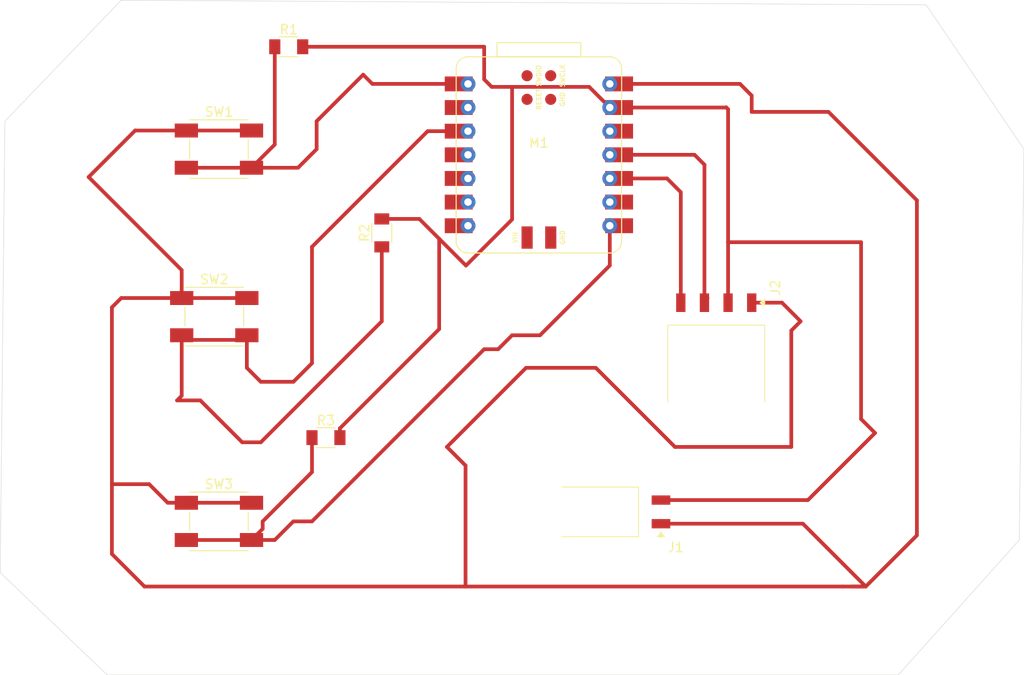
<source format=kicad_pcb>
(kicad_pcb (version 20241229) (generator "pcbnew") (generator_version "9.0")
  (layers (0 "F.Cu" signal) (2 "B.Cu" signal) (13 "F.Paste" user) (15 "B.Paste" user) (5 "F.SilkS" user "F.Silkscreen") (7 "B.SilkS" user "B.Silkscreen") (1 "F.Mask" user) (3 "B.Mask" user) (25 "Edge.Cuts" user))
  (net 0 "")
  (net 1 "Net-(M1-5V)")
  (net 2 "Net-(M1-D9)")
  (net 3 "Net-(M1-D10)")
  (net 4 "PWR_GND")
  (net 6 "Net-(M1-D2)")
  (net 8 "Net-(M1-D0)")
  (net 20 "Net-(M1-D7)")
  (footprint "fab:Button_Omron_B3SN_6.0x6.0mm" (layer "F.Cu") (at 121.5 85)
    (property "Reference" "SW3" (at 0 -4 0) (layer "F.SilkS"))
    (property "Value" "Switch_Tactile_Omron")
    (fp_line (start -3.15 -3.15) (end 3.15 -3.15) (stroke (width 0.12)) (layer "F.SilkS"))
    (fp_line (start -3.15 1) (end -3.15 -1) (stroke (width 0.12)) (layer "F.SilkS"))
    (fp_line (start 3.15 -1) (end 3.15 1) (stroke (width 0.12)) (layer "F.SilkS"))
    (fp_line (start 3.15 3.15) (end -3.15 3.15) (stroke (width 0.12)) (layer "F.SilkS"))
    (pad "1" smd rect (at -3.5 -2) (size 2.5 1.5) (layers "F.Cu" "F.Mask" "F.Paste") (net 1 "Net-(M1-5V)"))
    (pad "1" smd rect (at 3.5 -2) (size 2.5 1.5) (layers "F.Cu" "F.Mask" "F.Paste") (net 1 "Net-(M1-5V)"))
    (pad "2" smd rect (at -3.5 2) (size 2.5 1.5) (layers "F.Cu" "F.Mask" "F.Paste") (net 20 "Net-(M1-D7)"))
    (pad "2" smd rect (at 3.5 2) (size 2.5 1.5) (layers "F.Cu" "F.Mask" "F.Paste") (net 20 "Net-(M1-D7)"))
  )
  (footprint "fab:PinSocket_01x04_P2.54mm_Horizontal_SMD" (layer "F.Cu") (at 178.75 61.5 -90)
    (property "Reference" "J2" (at -0.635 -2.54 90) (layer "F.SilkS") (effects (justify left)))
    (property "Value" "PinSocket_01x04_P2.54mm_Horizontal_SMD")
    (fp_line (start 2.413 9.017) (end 10.668 9.017) (stroke (width 0.1)) (layer "F.SilkS"))
    (fp_line (start 2.413 -1.397) (end 2.413 9.017) (stroke (width 0.1)) (layer "F.SilkS"))
    (fp_line (start 10.668 -1.397) (end 2.413 -1.397) (stroke (width 0.1)) (layer "F.SilkS"))
    (fp_poly (pts (xy 0 -0.889) (xy -0.381 -1.397) (xy 0.381 -1.397)) (stroke (width 0.1)) (fill yes) (layer "F.SilkS"))
    (pad "1" smd rect (at 0 0 270) (size 2 1) (layers "F.Cu" "F.Mask" "F.Paste") (net 1 "Net-(M1-5V)"))
    (pad "2" smd rect (at 0 2.54 270) (size 2 1) (layers "F.Cu" "F.Mask" "F.Paste") (net 4 "PWR_GND"))
    (pad "3" smd rect (at 0 5.08 270) (size 2 1) (layers "F.Cu" "F.Mask" "F.Paste") (net 3 "Net-(M1-D10)"))
    (pad "4" smd rect (at 0 7.62 270) (size 2 1) (layers "F.Cu" "F.Mask" "F.Paste") (net 2 "Net-(M1-D9)"))
  )
  (footprint "fab:R_1206" (layer "F.Cu") (at 129 34)
    (property "Reference" "R1" (at 0 -1.85 0) (layer "F.SilkS"))
    (property "Value" "R_1206")
    (fp_line (start -1 -1.07) (end 1 -1.07) (stroke (width 0.12)) (layer "F.SilkS"))
    (fp_line (start 1 1.07) (end -1 1.07) (stroke (width 0.12)) (layer "F.SilkS"))
    (pad "1" smd rect (at -1.5 0) (size 1.2 1.6) (layers "F.Cu" "F.Mask" "F.Paste") (net 8 "Net-(M1-D0)"))
    (pad "2" smd rect (at 1.5 0) (size 1.2 1.6) (layers "F.Cu" "F.Mask" "F.Paste") (net 4 "PWR_GND"))
  )
  (footprint "fab:PinSocket_01x02_P2.54mm_Horizontal_SMD" (layer "F.Cu") (at 169 85.25 180)
    (property "Reference" "J1" (at -0.635 -2.54 0) (layer "F.SilkS") (effects (justify left)))
    (property "Value" "PinSocket_01x02_P2.54mm_Horizontal_SMD")
    (fp_line (start 10.668 -1.397) (end 2.413 -1.397) (stroke (width 0.1)) (layer "F.SilkS"))
    (fp_line (start 2.413 3.937) (end 10.668 3.937) (stroke (width 0.1)) (layer "F.SilkS"))
    (fp_line (start 2.413 -1.397) (end 2.413 3.937) (stroke (width 0.1)) (layer "F.SilkS"))
    (fp_poly (pts (xy 0 -0.889) (xy -0.381 -1.397) (xy 0.381 -1.397)) (stroke (width 0.1)) (fill yes) (layer "F.SilkS"))
    (pad "1" smd rect (at 0 0 180) (size 2 1) (layers "F.Cu" "F.Mask" "F.Paste") (net 1 "Net-(M1-5V)"))
    (pad "2" smd rect (at 0 2.54 180) (size 2 1) (layers "F.Cu" "F.Mask" "F.Paste") (net 4 "PWR_GND"))
  )
  (footprint "fab:R_1206" (layer "F.Cu") (at 133 76)
    (property "Reference" "R3" (at 0 -1.85 0) (layer "F.SilkS"))
    (property "Value" "R_1206")
    (fp_line (start -1 -1.07) (end 1 -1.07) (stroke (width 0.12)) (layer "F.SilkS"))
    (fp_line (start 1 1.07) (end -1 1.07) (stroke (width 0.12)) (layer "F.SilkS"))
    (pad "1" smd rect (at -1.5 0) (size 1.2 1.6) (layers "F.Cu" "F.Mask" "F.Paste") (net 20 "Net-(M1-D7)"))
    (pad "2" smd rect (at 1.5 0) (size 1.2 1.6) (layers "F.Cu" "F.Mask" "F.Paste") (net 4 "PWR_GND"))
  )
  (footprint "fab:SeeedStudio_XIAO_RP2040" (layer "F.Cu") (at 155.88 45.61)
    (property "Reference" "M1" (at 0 -1.27 0) (layer "F.SilkS"))
    (property "Value" "Module_XIAO-RP2040")
    (fp_line (start -8.8875 9.281) (end -8.8875 -9.261) (stroke (width 0.12)) (layer "F.SilkS"))
    (fp_line (start -7.6175 -10.531) (end 7.6225 -10.531) (stroke (width 0.12)) (layer "F.SilkS"))
    (fp_line (start 7.6225 10.551) (end -7.6175 10.551) (stroke (width 0.12)) (layer "F.SilkS"))
    (fp_line (start 8.8925 -9.261) (end 8.8925 9.281) (stroke (width 0.12)) (layer "F.SilkS"))
    (fp_rect (start -4.4975 -10.531) (end 4.5025 -12.055) (stroke (width 0.12)) (fill no) (layer "F.SilkS"))
    (fp_arc (start -8.8875 -9.261) (mid -8.515526 -10.159026) (end -7.6175 -10.531) (stroke (width 0.12)) (layer "F.SilkS"))
    (fp_arc (start -7.6175 10.551) (mid -8.515526 10.179026) (end -8.8875 9.281) (stroke (width 0.12)) (layer "F.SilkS"))
    (fp_arc (start 7.6225 -10.531) (mid 8.520526 -10.159026) (end 8.8925 -9.261) (stroke (width 0.12)) (layer "F.SilkS"))
    (fp_arc (start 8.8925 9.281) (mid 8.520526 10.179026) (end 7.6225 10.551) (stroke (width 0.12)) (layer "F.SilkS"))
    (fp_text user "SWCLK" (at 2.54 -8.5 90) (layer "F.SilkS") (effects (font (size 0.5 0.5) (thickness 0.1) (bold yes))))
    (fp_text user "VIN" (at -2.535 8.89 90) (layer "F.SilkS") (effects (font (size 0.5 0.5) (thickness 0.1) (bold yes))))
    (fp_text user "RESET" (at 0 -5.96 90) (layer "F.SilkS") (effects (font (size 0.5 0.5) (thickness 0.1) (bold yes))))
    (fp_text user "SWDIO" (at 0 -8.5 90) (layer "F.SilkS") (effects (font (size 0.5 0.5) (thickness 0.1) (bold yes))))
    (fp_text user "GND" (at 2.54 -5.96 90) (layer "F.SilkS") (effects (font (size 0.5 0.5) (thickness 0.1) (bold yes))))
    (fp_text user "GND" (at 2.545 8.89 90) (layer "F.SilkS") (effects (font (size 0.5 0.5) (thickness 0.1) (bold yes))))
    (pad "1" thru_hole circle (at -7.615 -7.62) (size 1.6 1.6) (drill 0.8) (layers "*.Cu" "*.Mask") (net 8 "Net-(M1-D0)"))
    (pad "1" smd rect (at -7.615 -7.62) (size 3 1.6) (drill (offset -1 0)) (layers "F.Cu" "F.Mask" "F.Paste") (net 8 "Net-(M1-D0)"))
    (pad "2" thru_hole circle (at -7.615 -5.08) (size 1.6 1.6) (drill 0.8) (layers "*.Cu" "*.Mask"))
    (pad "2" smd rect (at -7.615 -5.08) (size 3 1.6) (drill (offset -1 0)) (layers "F.Cu" "F.Mask" "F.Paste"))
    (pad "3" thru_hole circle (at -7.615 -2.54) (size 1.6 1.6) (drill 0.8) (layers "*.Cu" "*.Mask") (net 6 "Net-(M1-D2)"))
    (pad "3" smd rect (at -7.615 -2.54) (size 3 1.6) (drill (offset -1 0)) (layers "F.Cu" "F.Mask" "F.Paste") (net 6 "Net-(M1-D2)"))
    (pad "4" thru_hole circle (at -7.615 0) (size 1.6 1.6) (drill 0.8) (layers "*.Cu" "*.Mask"))
    (pad "4" smd rect (at -7.615 0) (size 3 1.6) (drill (offset -1 0)) (layers "F.Cu" "F.Mask" "F.Paste"))
    (pad "5" thru_hole circle (at -7.615 2.54) (size 1.6 1.6) (drill 0.8) (layers "*.Cu" "*.Mask"))
    (pad "5" smd rect (at -7.615 2.54) (size 3 1.6) (drill (offset -1 0)) (layers "F.Cu" "F.Mask" "F.Paste"))
    (pad "6" thru_hole circle (at -7.615 5.08) (size 1.6 1.6) (drill 0.8) (layers "*.Cu" "*.Mask"))
    (pad "6" smd rect (at -7.615 5.08) (size 3 1.6) (drill (offset -1 0)) (layers "F.Cu" "F.Mask" "F.Paste"))
    (pad "7" thru_hole circle (at -7.615 7.62) (size 1.6 1.6) (drill 0.8) (layers "*.Cu" "*.Mask"))
    (pad "7" smd rect (at -7.615 7.62) (size 3 1.6) (drill (offset -1 0)) (layers "F.Cu" "F.Mask" "F.Paste"))
    (pad "8" thru_hole circle (at 7.62 7.62) (size 1.6 1.6) (drill 0.8) (layers "*.Cu" "*.Mask") (net 20 "Net-(M1-D7)"))
    (pad "8" smd rect (at 7.62 7.62) (size 3 1.6) (drill (offset 1 0)) (layers "F.Cu" "F.Mask" "F.Paste") (net 20 "Net-(M1-D7)"))
    (pad "9" thru_hole circle (at 7.62 5.08) (size 1.6 1.6) (drill 0.8) (layers "*.Cu" "*.Mask"))
    (pad "9" smd rect (at 7.62 5.08) (size 3 1.6) (drill (offset 1 0)) (layers "F.Cu" "F.Mask" "F.Paste"))
    (pad "10" thru_hole circle (at 7.62 2.54) (size 1.6 1.6) (drill 0.8) (layers "*.Cu" "*.Mask") (net 2 "Net-(M1-D9)"))
    (pad "10" smd rect (at 7.62 2.54) (size 3 1.6) (drill (offset 1 0)) (layers "F.Cu" "F.Mask" "F.Paste") (net 2 "Net-(M1-D9)"))
    (pad "11" thru_hole circle (at 7.62 0) (size 1.6 1.6) (drill 0.8) (layers "*.Cu" "*.Mask") (net 3 "Net-(M1-D10)"))
    (pad "11" smd rect (at 7.62 0) (size 3 1.6) (drill (offset 1 0)) (layers "F.Cu" "F.Mask" "F.Paste") (net 3 "Net-(M1-D10)"))
    (pad "12" thru_hole circle (at 7.62 -2.54) (size 1.6 1.6) (drill 0.8) (layers "*.Cu" "*.Mask"))
    (pad "12" smd rect (at 7.62 -2.54) (size 3 1.6) (drill (offset 1 0)) (layers "F.Cu" "F.Mask" "F.Paste"))
    (pad "13" thru_hole circle (at 7.62 -5.08) (size 1.6 1.6) (drill 0.8) (layers "*.Cu" "*.Mask") (net 4 "PWR_GND"))
    (pad "13" smd rect (at 7.62 -5.08) (size 3 1.6) (drill (offset 1 0)) (layers "F.Cu" "F.Mask" "F.Paste") (net 4 "PWR_GND"))
    (pad "14" thru_hole circle (at 7.62 -7.62) (size 1.6 1.6) (drill 0.8) (layers "*.Cu" "*.Mask") (net 1 "Net-(M1-5V)"))
    (pad "14" smd rect (at 7.62 -7.62) (size 3 1.6) (drill (offset 1 0)) (layers "F.Cu" "F.Mask" "F.Paste") (net 1 "Net-(M1-5V)"))
    (pad "15" smd rect (at 1.275 8.89 270) (size 2.4 1.2) (layers "F.Cu" "F.Mask" "F.Paste"))
    (pad "16" smd rect (at -1.265 8.89 270) (size 2.4 1.2) (layers "F.Cu" "F.Mask" "F.Paste"))
    (pad "17" smd circle (at -1.27 -8.5) (size 1.2 1.2) (layers "F.Cu" "F.Mask" "F.Paste"))
    (pad "18" smd circle (at -1.27 -5.96) (size 1.2 1.2) (layers "F.Cu" "F.Mask" "F.Paste"))
    (pad "19" smd circle (at 1.27 -5.96) (size 1.2 1.2) (layers "F.Cu" "F.Mask" "F.Paste"))
    (pad "20" smd circle (at 1.27 -8.5) (size 1.2 1.2) (layers "F.Cu" "F.Mask" "F.Paste"))
  )
  (footprint "fab:Button_Omron_B3SN_6.0x6.0mm" (layer "F.Cu") (at 121.5 45)
    (property "Reference" "SW1" (at 0 -4 0) (layer "F.SilkS"))
    (property "Value" "Switch_Tactile_Omron")
    (fp_line (start -3.15 -3.15) (end 3.15 -3.15) (stroke (width 0.12)) (layer "F.SilkS"))
    (fp_line (start -3.15 1) (end -3.15 -1) (stroke (width 0.12)) (layer "F.SilkS"))
    (fp_line (start 3.15 -1) (end 3.15 1) (stroke (width 0.12)) (layer "F.SilkS"))
    (fp_line (start 3.15 3.15) (end -3.15 3.15) (stroke (width 0.12)) (layer "F.SilkS"))
    (pad "1" smd rect (at -3.5 -2) (size 2.5 1.5) (layers "F.Cu" "F.Mask" "F.Paste") (net 1 "Net-(M1-5V)"))
    (pad "1" smd rect (at 3.5 -2) (size 2.5 1.5) (layers "F.Cu" "F.Mask" "F.Paste") (net 1 "Net-(M1-5V)"))
    (pad "2" smd rect (at -3.5 2) (size 2.5 1.5) (layers "F.Cu" "F.Mask" "F.Paste") (net 8 "Net-(M1-D0)"))
    (pad "2" smd rect (at 3.5 2) (size 2.5 1.5) (layers "F.Cu" "F.Mask" "F.Paste") (net 8 "Net-(M1-D0)"))
  )
  (footprint "fab:Button_Omron_B3SN_6.0x6.0mm" (layer "F.Cu") (at 121 63)
    (property "Reference" "SW2" (at 0 -4 0) (layer "F.SilkS"))
    (property "Value" "Switch_Tactile_Omron")
    (fp_line (start -3.15 -3.15) (end 3.15 -3.15) (stroke (width 0.12)) (layer "F.SilkS"))
    (fp_line (start -3.15 1) (end -3.15 -1) (stroke (width 0.12)) (layer "F.SilkS"))
    (fp_line (start 3.15 -1) (end 3.15 1) (stroke (width 0.12)) (layer "F.SilkS"))
    (fp_line (start 3.15 3.15) (end -3.15 3.15) (stroke (width 0.12)) (layer "F.SilkS"))
    (pad "1" smd rect (at -3.5 -2) (size 2.5 1.5) (layers "F.Cu" "F.Mask" "F.Paste") (net 1 "Net-(M1-5V)"))
    (pad "1" smd rect (at 3.5 -2) (size 2.5 1.5) (layers "F.Cu" "F.Mask" "F.Paste") (net 1 "Net-(M1-5V)"))
    (pad "2" smd rect (at -3.5 2) (size 2.5 1.5) (layers "F.Cu" "F.Mask" "F.Paste") (net 6 "Net-(M1-D2)"))
    (pad "2" smd rect (at 3.5 2) (size 2.5 1.5) (layers "F.Cu" "F.Mask" "F.Paste") (net 6 "Net-(M1-D2)"))
  )
  (footprint "fab:R_1206" (layer "F.Cu") (at 139 54 90)
    (property "Reference" "R2" (at 0 -1.85 90) (layer "F.SilkS"))
    (property "Value" "R_1206")
    (fp_line (start -1 -1.07) (end 1 -1.07) (stroke (width 0.12)) (layer "F.SilkS"))
    (fp_line (start 1 1.07) (end -1 1.07) (stroke (width 0.12)) (layer "F.SilkS"))
    (pad "1" smd rect (at -1.5 0 90) (size 1.2 1.6) (layers "F.Cu" "F.Mask" "F.Paste") (net 6 "Net-(M1-D2)"))
    (pad "2" smd rect (at 1.5 0 90) (size 1.2 1.6) (layers "F.Cu" "F.Mask" "F.Paste") (net 4 "PWR_GND"))
  )
  (gr_poly (pts (xy 197.5 29.5) (xy 208 45) (xy 207.5 87) (xy 194.5 101.5) (xy 109.5 101.5) (xy 98 90.5) (xy 98.5 42) (xy 111 29)) (stroke (width 0.05)) (fill no) (layer "Edge.Cuts"))
  (segment (start 116 83) (end 114 81) (width 0.4) (layer "F.Cu") (net 1))
  (segment (start 118 83) (end 116 83) (width 0.4) (layer "F.Cu") (net 1))
  (segment (start 188.5 92) (end 191 92) (width 0.4) (layer "F.Cu") (net 1))
  (segment (start 184 63.5) (end 183 64.5) (width 0.4) (layer "F.Cu") (net 1))
  (segment (start 191 92) (end 189.5 92) (width 0.4) (layer "F.Cu") (net 1))
  (segment (start 107.5 48) (end 117.5 58) (width 0.4) (layer "F.Cu") (net 1))
  (segment (start 111 61) (end 110 62) (width 0.4) (layer "F.Cu") (net 1))
  (segment (start 154.5 68.5) (end 146 77) (width 0.4) (layer "F.Cu") (net 1))
  (segment (start 118 43) (end 112.5 43) (width 0.4) (layer "F.Cu") (net 1))
  (segment (start 183 77) (end 170.5 77) (width 0.4) (layer "F.Cu") (net 1))
  (segment (start 169 85.25) (end 184.25 85.25) (width 0.4) (layer "F.Cu") (net 1))
  (segment (start 196.5 50.5) (end 187 41) (width 0.4) (layer "F.Cu") (net 1))
  (segment (start 162 68.5) (end 154.5 68.5) (width 0.4) (layer "F.Cu") (net 1))
  (segment (start 110 62) (end 110 81) (width 0.4) (layer "F.Cu") (net 1))
  (segment (start 146 77) (end 148 79) (width 0.4) (layer "F.Cu") (net 1))
  (segment (start 196.5 86.5) (end 196.5 50.5) (width 0.4) (layer "F.Cu") (net 1))
  (segment (start 191 92) (end 196.5 86.5) (width 0.4) (layer "F.Cu") (net 1))
  (segment (start 148 79) (end 148 92) (width 0.4) (layer "F.Cu") (net 1))
  (segment (start 178.75 41) (end 178.75 39.25) (width 0.4) (layer "F.Cu") (net 1))
  (segment (start 178.75 61.5) (end 182 61.5) (width 0.4) (layer "F.Cu") (net 1))
  (segment (start 170.5 77) (end 162 68.5) (width 0.4) (layer "F.Cu") (net 1))
  (segment (start 182 61.5) (end 184 63.5) (width 0.4) (layer "F.Cu") (net 1))
  (segment (start 112.5 43) (end 107.5 48) (width 0.4) (layer "F.Cu") (net 1))
  (segment (start 125 43) (end 118 43) (width 0.4) (layer "F.Cu") (net 1))
  (segment (start 184.25 85.25) (end 191 92) (width 0.4) (layer "F.Cu") (net 1))
  (segment (start 187 41) (end 178.75 41) (width 0.4) (layer "F.Cu") (net 1))
  (segment (start 110 88.5) (end 113.5 92) (width 0.4) (layer "F.Cu") (net 1))
  (segment (start 118 83) (end 125 83) (width 0.4) (layer "F.Cu") (net 1))
  (segment (start 113.5 92) (end 148 92) (width 0.4) (layer "F.Cu") (net 1))
  (segment (start 110 81) (end 110 88.5) (width 0.4) (layer "F.Cu") (net 1))
  (segment (start 183 64.5) (end 183 77) (width 0.4) (layer "F.Cu") (net 1))
  (segment (start 117.5 58) (end 117.5 61) (width 0.4) (layer "F.Cu") (net 1))
  (segment (start 114 81) (end 110 81) (width 0.4) (layer "F.Cu") (net 1))
  (segment (start 117.5 61) (end 111 61) (width 0.4) (layer "F.Cu") (net 1))
  (segment (start 178.75 39.25) (end 177.49 37.99) (width 0.4) (layer "F.Cu") (net 1))
  (segment (start 117.5 61) (end 124.5 61) (width 0.4) (layer "F.Cu") (net 1))
  (segment (start 148 92) (end 188.5 92) (width 0.4) (layer "F.Cu") (net 1))
  (segment (start 177.49 37.99) (end 163.5 37.99) (width 0.4) (layer "F.Cu") (net 1))
  (segment (start 171.13 49.63) (end 169.65 48.15) (width 0.4) (layer "F.Cu") (net 2))
  (segment (start 169.65 48.15) (end 163.5 48.15) (width 0.4) (layer "F.Cu") (net 2))
  (segment (start 171.13 61.5) (end 171.13 49.63) (width 0.4) (layer "F.Cu") (net 2))
  (segment (start 172.61 45.61) (end 163.5 45.61) (width 0.4) (layer "F.Cu") (net 3))
  (segment (start 173.67 61.33) (end 174 61) (width 0.4) (layer "F.Cu") (net 3))
  (segment (start 173.67 61.5) (end 173.67 46.67) (width 0.4) (layer "F.Cu") (net 3))
  (segment (start 173.67 46.67) (end 172.61 45.61) (width 0.4) (layer "F.Cu") (net 3))
  (segment (start 173.67 61.5) (end 173.67 61.33) (width 0.4) (layer "F.Cu") (net 3))
  (segment (start 153 52.55862) (end 148.04581 57.51281) (width 0.4) (layer "F.Cu") (net 4))
  (segment (start 176 40.5) (end 175.97 40.53) (width 0.4) (layer "F.Cu") (net 4))
  (segment (start 145.164 64.336) (end 145.164 54.631) (width 0.4) (layer "F.Cu") (net 4))
  (segment (start 134.5 75) (end 145.164 64.336) (width 0.4) (layer "F.Cu") (net 4))
  (segment (start 153 38.311) (end 153 52.55862) (width 0.4) (layer "F.Cu") (net 4))
  (segment (start 192 75.5) (end 190.5 74) (width 0.4) (layer "F.Cu") (net 4))
  (segment (start 176.21 61.5) (end 176.21 55) (width 0.4) (layer "F.Cu") (net 4))
  (segment (start 175.97 40.53) (end 163.5 40.53) (width 0.4) (layer "F.Cu") (net 4))
  (segment (start 150 34) (end 150 37.5) (width 0.4) (layer "F.Cu") (net 4))
  (segment (start 150 37.5) (end 150.811 38.311) (width 0.4) (layer "F.Cu") (net 4))
  (segment (start 161.281 38.311) (end 163.5 40.53) (width 0.4) (layer "F.Cu") (net 4))
  (segment (start 190.5 74) (end 190.5 55) (width 0.4) (layer "F.Cu") (net 4))
  (segment (start 169 82.71) (end 184.79 82.71) (width 0.4) (layer "F.Cu") (net 4))
  (segment (start 176.21 40.71) (end 176 40.5) (width 0.4) (layer "F.Cu") (net 4))
  (segment (start 176.21 55) (end 176.21 40.71) (width 0.4) (layer "F.Cu") (net 4))
  (segment (start 145.164 54.631) (end 143.033 52.5) (width 0.4) (layer "F.Cu") (net 4))
  (segment (start 150.811 38.311) (end 153 38.311) (width 0.4) (layer "F.Cu") (net 4))
  (segment (start 148.04581 57.51281) (end 145.164 54.631) (width 0.4) (layer "F.Cu") (net 4))
  (segment (start 130.5 34) (end 150 34) (width 0.4) (layer "F.Cu") (net 4))
  (segment (start 134.5 76) (end 134.5 75) (width 0.4) (layer "F.Cu") (net 4))
  (segment (start 153 38.311) (end 161.281 38.311) (width 0.4) (layer "F.Cu") (net 4))
  (segment (start 190.5 55) (end 176.21 55) (width 0.4) (layer "F.Cu") (net 4))
  (segment (start 184.79 82.71) (end 192 75.5) (width 0.4) (layer "F.Cu") (net 4))
  (segment (start 143.033 52.5) (end 139 52.5) (width 0.4) (layer "F.Cu") (net 4))
  (segment (start 117 72) (end 117.5 71.5) (width 0.4) (layer "F.Cu") (net 6))
  (segment (start 129.5 70) (end 131.5 68) (width 0.4) (layer "F.Cu") (net 6))
  (segment (start 139 63.5) (end 126 76.5) (width 0.4) (layer "F.Cu") (net 6))
  (segment (start 124.5 68.5) (end 126 70) (width 0.4) (layer "F.Cu") (net 6))
  (segment (start 139 55.5) (end 139 63.5) (width 0.4) (layer "F.Cu") (net 6))
  (segment (start 126 76.5) (end 124 76.5) (width 0.4) (layer "F.Cu") (net 6))
  (segment (start 131.5 68) (end 131.5 55.5) (width 0.4) (layer "F.Cu") (net 6))
  (segment (start 124.5 65) (end 124.5 68.5) (width 0.4) (layer "F.Cu") (net 6))
  (segment (start 143.93 43.07) (end 148.265 43.07) (width 0.4) (layer "F.Cu") (net 6))
  (segment (start 124 76.5) (end 119.5 72) (width 0.4) (layer "F.Cu") (net 6))
  (segment (start 126 70) (end 129.5 70) (width 0.4) (layer "F.Cu") (net 6))
  (segment (start 118.5 65.5) (end 125.5 65.5) (width 0.4) (layer "F.Cu") (net 6))
  (segment (start 119.5 72) (end 117 72) (width 0.4) (layer "F.Cu") (net 6))
  (segment (start 131.5 55.5) (end 143.93 43.07) (width 0.4) (layer "F.Cu") (net 6))
  (segment (start 117.5 71.5) (end 117.5 65) (width 0.4) (layer "F.Cu") (net 6))
  (segment (start 130 47) (end 132 45) (width 0.4) (layer "F.Cu") (net 8))
  (segment (start 137 37) (end 137.99 37.99) (width 0.4) (layer "F.Cu") (net 8))
  (segment (start 132.25 41.75) (end 137 37) (width 0.4) (layer "F.Cu") (net 8))
  (segment (start 137.99 37.99) (end 148.265 37.99) (width 0.4) (layer "F.Cu") (net 8))
  (segment (start 127.5 44.5) (end 125 47) (width 0.4) (layer "F.Cu") (net 8))
  (segment (start 132 45) (end 132 42) (width 0.4) (layer "F.Cu") (net 8))
  (segment (start 147.775 38.48) (end 148.265 37.99) (width 0.4) (layer "F.Cu") (net 8))
  (segment (start 125 47) (end 130 47) (width 0.4) (layer "F.Cu") (net 8))
  (segment (start 132 42) (end 132.25 41.75) (width 0.4) (layer "F.Cu") (net 8))
  (segment (start 127.5 34) (end 127.5 44.5) (width 0.4) (layer "F.Cu") (net 8))
  (segment (start 118 47) (end 125 47) (width 0.4) (layer "F.Cu") (net 8))
  (segment (start 131.5 76) (end 131.5 79.702) (width 0.4) (layer "F.Cu") (net 20))
  (segment (start 125 87) (end 127.5 87) (width 0.4) (layer "F.Cu") (net 20))
  (segment (start 156 65) (end 153 65) (width 0.4) (layer "F.Cu") (net 20))
  (segment (start 126.202 85) (end 126.202 85.798) (width 0.4) (layer "F.Cu") (net 20))
  (segment (start 118 87) (end 125 87) (width 0.4) (layer "F.Cu") (net 20))
  (segment (start 131.5 79.702) (end 126.202 85) (width 0.4) (layer "F.Cu") (net 20))
  (segment (start 163.5 57.5) (end 156 65) (width 0.4) (layer "F.Cu") (net 20))
  (segment (start 126.202 85.798) (end 125 87) (width 0.4) (layer "F.Cu") (net 20))
  (segment (start 150 66.5) (end 134.5 82) (width 0.4) (layer "F.Cu") (net 20))
  (segment (start 151.5 66.5) (end 150 66.5) (width 0.4) (layer "F.Cu") (net 20))
  (segment (start 131.5 85) (end 134.5 82) (width 0.4) (layer "F.Cu") (net 20))
  (segment (start 127.5 87) (end 129.5 85) (width 0.4) (layer "F.Cu") (net 20))
  (segment (start 129.5 85) (end 131.5 85) (width 0.4) (layer "F.Cu") (net 20))
  (segment (start 163.5 53.23) (end 163.5 57.5) (width 0.4) (layer "F.Cu") (net 20))
  (segment (start 153 65) (end 151.5 66.5) (width 0.4) (layer "F.Cu") (net 20))
)
</source>
